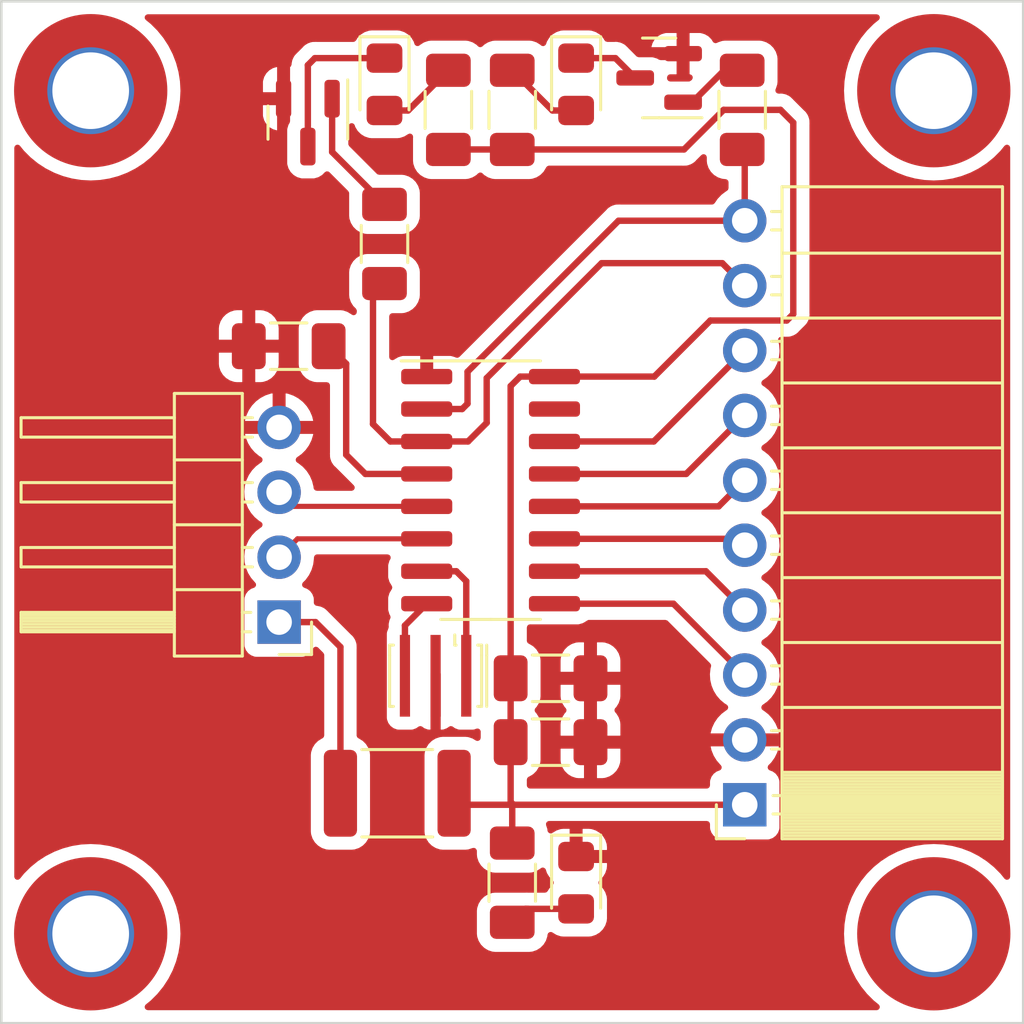
<source format=kicad_pcb>
(kicad_pcb (version 20221018) (generator pcbnew)
  (layers (0 "F.Cu" signal) (31 "B.Cu" signal) (34 "B.Paste" user) (35 "F.Paste" user) (36 "B.SilkS" user "B.Silkscreen") (37 "F.SilkS" user "F.Silkscreen") (38 "B.Mask" user) (39 "F.Mask" user) (44 "Edge.Cuts" user))
  (net 0 "")
  (net 1 "vUSB")
  (net 2 "GND")
  (net 3 "Net-(D1-Pad2)")
  (net 4 "Data+")
  (net 5 "Data-")
  (net 6 "Net-(C3-Pad1)")
  (net 7 "/tx")
  (net 8 "/rx")
  (net 9 "/rts")
  (net 10 "/dtr")
  (net 11 "/dcd")
  (net 12 "/ri")
  (net 13 "/dsr")
  (net 14 "/cts")
  (net 15 "Net-(D2-Pad2)")
  (net 16 "Net-(D3-Pad1)")
  (net 17 "Net-(D3-Pad2)")
  (net 18 "Net-(D2-Pad1)")
  (net 19 "Net-(F1-Pad1)")
  (net 20 "Net-(Q1-Pad1)")
  (net 21 "Net-(Q2-Pad1)")
  (net 22 "Net-(U1-Pad7)")
  (net 23 "Net-(U1-Pad8)")
  (footprint "MountingHole:MountingHole_3mm_Pad_TopOnly" (layer "F.Cu") (at 111.5 86.5)
    (fp_text reference "H3" hide)
    (fp_text value "MountingHole" hide)
    (pad "1" thru_hole circle (at 0 0) (size 3.4 3.4) (drill 3) (layers "*.Cu" "*.Mask"))
    (pad "1" connect circle (at 0 0) (size 6 6) (layers "F.Cu" "F.Mask"))
  )
  (footprint "Capacitor_SMD:C_1206_3216Metric_Pad1.33x1.80mm_HandSolder" (layer "F.Cu") (at 86.25 63.5 180)
    (fp_text reference "C3" hide)
    (fp_text value "100n" hide)
    (fp_line (start -0.711252 -0.91) (end 0.711252 -0.91) (stroke (width 0.12)) (layer "F.SilkS"))
    (fp_line (start -0.711252 0.91) (end 0.711252 0.91) (stroke (width 0.12)) (layer "F.SilkS"))
    (pad "1" smd roundrect (at -1.5625 0 180) (size 1.325 1.8) (layers "F.Cu" "F.Paste" "F.Mask") (roundrect_rratio 0.1886792453) (net 6 "Net-(C3-Pad1)"))
    (pad "2" smd roundrect (at 1.5625 0 180) (size 1.325 1.8) (layers "F.Cu" "F.Paste" "F.Mask") (roundrect_rratio 0.1886792453) (net 2 "GND"))
  )
  (footprint "Package_SO:SOP-16_3.9x9.9mm_P1.27mm" (layer "F.Cu") (at 94.152458 69.13522)
    (fp_text reference "U1" hide)
    (fp_text value "CH340G" hide)
    (fp_line (start 0 -5.06) (end -3.5 -5.06) (stroke (width 0.12)) (layer "F.SilkS"))
    (fp_line (start 0 -5.06) (end 1.95 -5.06) (stroke (width 0.12)) (layer "F.SilkS"))
    (fp_line (start 0 5.06) (end -1.95 5.06) (stroke (width 0.12)) (layer "F.SilkS"))
    (fp_line (start 0 5.06) (end 1.95 5.06) (stroke (width 0.12)) (layer "F.SilkS"))
    (pad "1" smd roundrect (at -2.5 -4.445) (size 2 0.6) (layers "F.Cu" "F.Paste" "F.Mask") (net 2 "GND"))
    (pad "2" smd roundrect (at -2.5 -3.175) (size 2 0.6) (layers "F.Cu" "F.Paste" "F.Mask") (net 7 "/tx"))
    (pad "3" smd roundrect (at -2.5 -1.905) (size 2 0.6) (layers "F.Cu" "F.Paste" "F.Mask") (net 8 "/rx"))
    (pad "4" smd roundrect (at -2.5 -0.635) (size 2 0.6) (layers "F.Cu" "F.Paste" "F.Mask") (net 6 "Net-(C3-Pad1)"))
    (pad "5" smd roundrect (at -2.5 0.635) (size 2 0.6) (layers "F.Cu" "F.Paste" "F.Mask") (net 4 "Data+"))
    (pad "6" smd roundrect (at -2.5 1.905) (size 2 0.6) (layers "F.Cu" "F.Paste" "F.Mask") (net 5 "Data-"))
    (pad "7" smd roundrect (at -2.5 3.175) (size 2 0.6) (layers "F.Cu" "F.Paste" "F.Mask") (net 22 "Net-(U1-Pad7)"))
    (pad "8" smd roundrect (at -2.5 4.445) (size 2 0.6) (layers "F.Cu" "F.Paste" "F.Mask") (net 23 "Net-(U1-Pad8)"))
    (pad "9" smd roundrect (at 2.5 4.445) (size 2 0.6) (layers "F.Cu" "F.Paste" "F.Mask") (net 14 "/cts"))
    (pad "10" smd roundrect (at 2.5 3.175) (size 2 0.6) (layers "F.Cu" "F.Paste" "F.Mask") (net 13 "/dsr"))
    (pad "11" smd roundrect (at 2.5 1.905) (size 2 0.6) (layers "F.Cu" "F.Paste" "F.Mask") (net 12 "/ri"))
    (pad "12" smd roundrect (at 2.5 0.635) (size 2 0.6) (layers "F.Cu" "F.Paste" "F.Mask") (net 11 "/dcd"))
    (pad "13" smd roundrect (at 2.5 -0.635) (size 2 0.6) (layers "F.Cu" "F.Paste" "F.Mask") (net 10 "/dtr"))
    (pad "14" smd roundrect (at 2.5 -1.905) (size 2 0.6) (layers "F.Cu" "F.Paste" "F.Mask") (net 9 "/rts"))
    (pad "15" smd roundrect (at 2.5 -3.175) (size 2 0.6) (layers "F.Cu" "F.Paste" "F.Mask"))
    (pad "16" smd roundrect (at 2.5 -4.445) (size 2 0.6) (layers "F.Cu" "F.Paste" "F.Mask") (net 1 "vUSB"))
  )
  (footprint "Resistor_SMD:R_1206_3216Metric_Pad1.30x1.75mm_HandSolder" (layer "F.Cu") (at 90 59.5 90)
    (fp_text reference "R5" hide)
    (fp_text value "R" hide)
    (fp_line (start -0.727064 -0.91) (end 0.727064 -0.91) (stroke (width 0.12)) (layer "F.SilkS"))
    (fp_line (start -0.727064 0.91) (end 0.727064 0.91) (stroke (width 0.12)) (layer "F.SilkS"))
    (pad "1" smd roundrect (at -1.55 0 90) (size 1.3 1.75) (layers "F.Cu" "F.Paste" "F.Mask") (roundrect_rratio 0.1923076923) (net 8 "/rx"))
    (pad "2" smd roundrect (at 1.55 0 90) (size 1.3 1.75) (layers "F.Cu" "F.Paste" "F.Mask") (roundrect_rratio 0.1923076923) (net 21 "Net-(Q2-Pad1)"))
  )
  (footprint "MountingHole:MountingHole_3mm_Pad_TopOnly" (layer "F.Cu") (at 111.5 53.5)
    (fp_text reference "H4" hide)
    (fp_text value "MountingHole" hide)
    (pad "1" thru_hole circle (at 0 0) (size 3.4 3.4) (drill 3) (layers "*.Cu" "*.Mask"))
    (pad "1" connect circle (at 0 0) (size 6 6) (layers "F.Cu" "F.Mask"))
  )
  (footprint "Resistor_SMD:R_1206_3216Metric_Pad1.30x1.75mm_HandSolder" (layer "F.Cu") (at 95 54.25 -90)
    (fp_text reference "R2" hide)
    (fp_text value "R" hide)
    (fp_line (start -0.727064 -0.91) (end 0.727064 -0.91) (stroke (width 0.12)) (layer "F.SilkS"))
    (fp_line (start -0.727064 0.91) (end 0.727064 0.91) (stroke (width 0.12)) (layer "F.SilkS"))
    (pad "1" smd roundrect (at -1.55 0 270) (size 1.3 1.75) (layers "F.Cu" "F.Paste" "F.Mask") (roundrect_rratio 0.1923076923) (net 15 "Net-(D2-Pad2)"))
    (pad "2" smd roundrect (at 1.55 0 270) (size 1.3 1.75) (layers "F.Cu" "F.Paste" "F.Mask") (roundrect_rratio 0.1923076923) (net 1 "vUSB"))
  )
  (footprint "Connector_PinHeader_2.54mm:PinHeader_1x04_P2.54mm_Horizontal" (layer "F.Cu") (at 85.875 74.3 180)
    (fp_text reference "J1" hide)
    (fp_text value "USB")
    (fp_line (start -1.27 -1.27) (end 0 -1.27) (stroke (width 0.12)) (layer "F.SilkS"))
    (fp_line (start -1.27 0) (end -1.27 -1.27) (stroke (width 0.12)) (layer "F.SilkS"))
    (fp_line (start 1.042929 2.16) (end 1.44 2.16) (stroke (width 0.12)) (layer "F.SilkS"))
    (fp_line (start 1.042929 2.92) (end 1.44 2.92) (stroke (width 0.12)) (layer "F.SilkS"))
    (fp_line (start 1.042929 4.7) (end 1.44 4.7) (stroke (width 0.12)) (layer "F.SilkS"))
    (fp_line (start 1.042929 5.46) (end 1.44 5.46) (stroke (width 0.12)) (layer "F.SilkS"))
    (fp_line (start 1.042929 7.24) (end 1.44 7.24) (stroke (width 0.12)) (layer "F.SilkS"))
    (fp_line (start 1.042929 8) (end 1.44 8) (stroke (width 0.12)) (layer "F.SilkS"))
    (fp_line (start 1.11 -0.38) (end 1.44 -0.38) (stroke (width 0.12)) (layer "F.SilkS"))
    (fp_line (start 1.11 0.38) (end 1.44 0.38) (stroke (width 0.12)) (layer "F.SilkS"))
    (fp_line (start 1.44 -1.33) (end 1.44 8.95) (stroke (width 0.12)) (layer "F.SilkS"))
    (fp_line (start 1.44 1.27) (end 4.1 1.27) (stroke (width 0.12)) (layer "F.SilkS"))
    (fp_line (start 1.44 3.81) (end 4.1 3.81) (stroke (width 0.12)) (layer "F.SilkS"))
    (fp_line (start 1.44 6.35) (end 4.1 6.35) (stroke (width 0.12)) (layer "F.SilkS"))
    (fp_line (start 1.44 8.95) (end 4.1 8.95) (stroke (width 0.12)) (layer "F.SilkS"))
    (fp_line (start 4.1 -1.33) (end 1.44 -1.33) (stroke (width 0.12)) (layer "F.SilkS"))
    (fp_line (start 4.1 -0.38) (end 10.1 -0.38) (stroke (width 0.12)) (layer "F.SilkS"))
    (fp_line (start 4.1 -0.32) (end 10.1 -0.32) (stroke (width 0.12)) (layer "F.SilkS"))
    (fp_line (start 4.1 -0.2) (end 10.1 -0.2) (stroke (width 0.12)) (layer "F.SilkS"))
    (fp_line (start 4.1 -0.08) (end 10.1 -0.08) (stroke (width 0.12)) (layer "F.SilkS"))
    (fp_line (start 4.1 0.04) (end 10.1 0.04) (stroke (width 0.12)) (layer "F.SilkS"))
    (fp_line (start 4.1 0.16) (end 10.1 0.16) (stroke (width 0.12)) (layer "F.SilkS"))
    (fp_line (start 4.1 0.28) (end 10.1 0.28) (stroke (width 0.12)) (layer "F.SilkS"))
    (fp_line (start 4.1 2.16) (end 10.1 2.16) (stroke (width 0.12)) (layer "F.SilkS"))
    (fp_line (start 4.1 4.7) (end 10.1 4.7) (stroke (width 0.12)) (layer "F.SilkS"))
    (fp_line (start 4.1 7.24) (end 10.1 7.24) (stroke (width 0.12)) (layer "F.SilkS"))
    (fp_line (start 4.1 8.95) (end 4.1 -1.33) (stroke (width 0.12)) (layer "F.SilkS"))
    (fp_line (start 10.1 -0.38) (end 10.1 0.38) (stroke (width 0.12)) (layer "F.SilkS"))
    (fp_line (start 10.1 0.38) (end 4.1 0.38) (stroke (width 0.12)) (layer "F.SilkS"))
    (fp_line (start 10.1 2.16) (end 10.1 2.92) (stroke (width 0.12)) (layer "F.SilkS"))
    (fp_line (start 10.1 2.92) (end 4.1 2.92) (stroke (width 0.12)) (layer "F.SilkS"))
    (fp_line (start 10.1 4.7) (end 10.1 5.46) (stroke (width 0.12)) (layer "F.SilkS"))
    (fp_line (start 10.1 5.46) (end 4.1 5.46) (stroke (width 0.12)) (layer "F.SilkS"))
    (fp_line (start 10.1 7.24) (end 10.1 8) (stroke (width 0.12)) (layer "F.SilkS"))
    (fp_line (start 10.1 8) (end 4.1 8) (stroke (width 0.12)) (layer "F.SilkS"))
    (pad "1" thru_hole rect (at 0 0 180) (size 1.7 1.7) (drill 1) (layers "*.Cu" "*.Mask") (net 19 "Net-(F1-Pad1)"))
    (pad "2" thru_hole oval (at 0 2.54 180) (size 1.7 1.7) (drill 1) (layers "*.Cu" "*.Mask") (net 5 "Data-"))
    (pad "3" thru_hole oval (at 0 5.08 180) (size 1.7 1.7) (drill 1) (layers "*.Cu" "*.Mask") (net 4 "Data+"))
    (pad "4" thru_hole oval (at 0 7.62 180) (size 1.7 1.7) (drill 1) (layers "*.Cu" "*.Mask") (net 2 "GND"))
  )
  (footprint "Package_TO_SOT_SMD:SOT-23" (layer "F.Cu") (at 100.75 53 180)
    (fp_text reference "Q1" hide)
    (fp_text value "BC847" hide)
    (fp_line (start 0 -1.56) (end -1.675 -1.56) (stroke (width 0.12)) (layer "F.SilkS"))
    (fp_line (start 0 -1.56) (end 0.65 -1.56) (stroke (width 0.12)) (layer "F.SilkS"))
    (fp_line (start 0 1.56) (end -0.65 1.56) (stroke (width 0.12)) (layer "F.SilkS"))
    (fp_line (start 0 1.56) (end 0.65 1.56) (stroke (width 0.12)) (layer "F.SilkS"))
    (pad "1" smd roundrect (at -0.9375 -0.95 180) (size 1.475 0.6) (layers "F.Cu" "F.Paste" "F.Mask") (net 20 "Net-(Q1-Pad1)"))
    (pad "2" smd roundrect (at -0.9375 0.95 180) (size 1.475 0.6) (layers "F.Cu" "F.Paste" "F.Mask") (net 2 "GND"))
    (pad "3" smd roundrect (at 0.9375 0 180) (size 1.475 0.6) (layers "F.Cu" "F.Paste" "F.Mask") (net 18 "Net-(D2-Pad1)"))
  )
  (footprint "MountingHole:MountingHole_3mm_Pad_TopOnly" (layer "F.Cu") (at 78.5 86.5)
    (fp_text reference "H2" hide)
    (fp_text value "MountingHole" hide)
    (pad "1" thru_hole circle (at 0 0) (size 3.4 3.4) (drill 3) (layers "*.Cu" "*.Mask"))
    (pad "1" connect circle (at 0 0) (size 6 6) (layers "F.Cu" "F.Mask"))
  )
  (footprint "Resistor_SMD:R_1206_3216Metric_Pad1.30x1.75mm_HandSolder" (layer "F.Cu") (at 92.5 54.25 -90)
    (fp_text reference "R4" hide)
    (fp_text value "R" hide)
    (fp_line (start -0.727064 -0.91) (end 0.727064 -0.91) (stroke (width 0.12)) (layer "F.SilkS"))
    (fp_line (start -0.727064 0.91) (end 0.727064 0.91) (stroke (width 0.12)) (layer "F.SilkS"))
    (pad "1" smd roundrect (at -1.55 0 270) (size 1.3 1.75) (layers "F.Cu" "F.Paste" "F.Mask") (roundrect_rratio 0.1923076923) (net 17 "Net-(D3-Pad2)"))
    (pad "2" smd roundrect (at 1.55 0 270) (size 1.3 1.75) (layers "F.Cu" "F.Paste" "F.Mask") (roundrect_rratio 0.1923076923) (net 1 "vUSB"))
  )
  (footprint "Resistor_SMD:R_1206_3216Metric_Pad1.30x1.75mm_HandSolder" (layer "F.Cu") (at 104 54.25 90)
    (fp_text reference "R3" hide)
    (fp_text value "R" hide)
    (fp_line (start -0.727064 -0.91) (end 0.727064 -0.91) (stroke (width 0.12)) (layer "F.SilkS"))
    (fp_line (start -0.727064 0.91) (end 0.727064 0.91) (stroke (width 0.12)) (layer "F.SilkS"))
    (pad "1" smd roundrect (at -1.55 0 90) (size 1.3 1.75) (layers "F.Cu" "F.Paste" "F.Mask") (roundrect_rratio 0.1923076923) (net 7 "/tx"))
    (pad "2" smd roundrect (at 1.55 0 90) (size 1.3 1.75) (layers "F.Cu" "F.Paste" "F.Mask") (roundrect_rratio 0.1923076923) (net 20 "Net-(Q1-Pad1)"))
  )
  (footprint "MountingHole:MountingHole_3mm_Pad_TopOnly" (layer "F.Cu") (at 78.5 53.5)
    (fp_text reference "H1" hide)
    (fp_text value "MountingHole" hide)
    (pad "1" thru_hole circle (at 0 0) (size 3.4 3.4) (drill 3) (layers "*.Cu" "*.Mask"))
    (pad "1" connect circle (at 0 0) (size 6 6) (layers "F.Cu" "F.Mask"))
  )
  (footprint "Crystal:Resonator_SMD_Murata_CSTxExxV-3Pin_3.0x1.1mm_HandSoldering" (layer "F.Cu") (at 92 76.401215 180)
    (fp_text reference "Y1" hide)
    (fp_text value "12MHz")
    (fp_line (start -2 -1.2) (end -2 0.8) (stroke (width 0.12)) (layer "F.SilkS"))
    (fp_line (start -2 0.8) (end -2 1.2) (stroke (width 0.12)) (layer "F.SilkS"))
    (fp_line (start -1.8 -1.2) (end -1.65 -1.2) (stroke (width 0.12)) (layer "F.SilkS"))
    (fp_line (start -1.8 0.8) (end -1.8 -1.2) (stroke (width 0.12)) (layer "F.SilkS"))
    (fp_line (start -1.8 0.8) (end -1.8 1.2) (stroke (width 0.12)) (layer "F.SilkS"))
    (fp_line (start -1.8 1.2) (end -1.65 1.2) (stroke (width 0.12)) (layer "F.SilkS"))
    (fp_line (start -0.75 1.2) (end -0.8 1.2) (stroke (width 0.12)) (layer "F.SilkS"))
    (fp_line (start -0.75 1.2) (end -0.75 1.6) (stroke (width 0.12)) (layer "F.SilkS"))
    (fp_line (start 1.8 -1.2) (end 1.65 -1.2) (stroke (width 0.12)) (layer "F.SilkS"))
    (fp_line (start 1.8 -1.2) (end 1.8 0.8) (stroke (width 0.12)) (layer "F.SilkS"))
    (fp_line (start 1.8 0.8) (end 1.8 1.2) (stroke (width 0.12)) (layer "F.SilkS"))
    (fp_line (start 1.8 1.2) (end 1.65 1.2) (stroke (width 0.12)) (layer "F.SilkS"))
    (pad "1" smd rect (at -1.2 0 180) (size 0.4 3.2) (layers "F.Cu" "F.Paste" "F.Mask") (net 22 "Net-(U1-Pad7)"))
    (pad "2" smd rect (at 0 0 180) (size 0.4 3.2) (layers "F.Cu" "F.Paste" "F.Mask") (net 2 "GND"))
    (pad "3" smd rect (at 1.2 0 180) (size 0.4 3.2) (layers "F.Cu" "F.Paste" "F.Mask") (net 23 "Net-(U1-Pad8)"))
  )
  (footprint "Resistor_SMD:R_1206_3216Metric_Pad1.30x1.75mm_HandSolder" (layer "F.Cu") (at 95 84.5 -90)
    (fp_text reference "R1" hide)
    (fp_text value "R" hide)
    (fp_line (start -0.727064 -0.91) (end 0.727064 -0.91) (stroke (width 0.12)) (layer "F.SilkS"))
    (fp_line (start -0.727064 0.91) (end 0.727064 0.91) (stroke (width 0.12)) (layer "F.SilkS"))
    (pad "1" smd roundrect (at -1.55 0 270) (size 1.3 1.75) (layers "F.Cu" "F.Paste" "F.Mask") (roundrect_rratio 0.1923076923) (net 1 "vUSB"))
    (pad "2" smd roundrect (at 1.55 0 270) (size 1.3 1.75) (layers "F.Cu" "F.Paste" "F.Mask") (roundrect_rratio 0.1923076923) (net 3 "Net-(D1-Pad2)"))
  )
  (footprint "LED_SMD:LED_0805_2012Metric_Pad1.15x1.40mm_HandSolder" (layer "F.Cu") (at 97.5 53.25 -90)
    (fp_text reference "D2" hide)
    (fp_text value "LED" hide)
    (fp_line (start -1.86 -0.96) (end -1.86 0.96) (stroke (width 0.12)) (layer "F.SilkS"))
    (fp_line (start -1.86 0.96) (end 1 0.96) (stroke (width 0.12)) (layer "F.SilkS"))
    (fp_line (start 1 -0.96) (end -1.86 -0.96) (stroke (width 0.12)) (layer "F.SilkS"))
    (pad "1" smd roundrect (at -1.025 0 270) (size 1.15 1.4) (layers "F.Cu" "F.Paste" "F.Mask") (roundrect_rratio 0.2173913043) (net 18 "Net-(D2-Pad1)"))
    (pad "2" smd roundrect (at 1.025 0 270) (size 1.15 1.4) (layers "F.Cu" "F.Paste" "F.Mask") (roundrect_rratio 0.2173913043) (net 15 "Net-(D2-Pad2)"))
  )
  (footprint "LED_SMD:LED_0805_2012Metric_Pad1.15x1.40mm_HandSolder" (layer "F.Cu") (at 97.5 84.5 -90)
    (fp_text reference "D1" hide)
    (fp_text value "LED" hide)
    (fp_line (start -1.86 -0.96) (end -1.86 0.96) (stroke (width 0.12)) (layer "F.SilkS"))
    (fp_line (start -1.86 0.96) (end 1 0.96) (stroke (width 0.12)) (layer "F.SilkS"))
    (fp_line (start 1 -0.96) (end -1.86 -0.96) (stroke (width 0.12)) (layer "F.SilkS"))
    (pad "1" smd roundrect (at -1.025 0 270) (size 1.15 1.4) (layers "F.Cu" "F.Paste" "F.Mask") (roundrect_rratio 0.2173913043) (net 2 "GND"))
    (pad "2" smd roundrect (at 1.025 0 270) (size 1.15 1.4) (layers "F.Cu" "F.Paste" "F.Mask") (roundrect_rratio 0.2173913043) (net 3 "Net-(D1-Pad2)"))
  )
  (footprint "Capacitor_SMD:C_1206_3216Metric_Pad1.33x1.80mm_HandSolder" (layer "F.Cu") (at 96.5 79)
    (fp_text reference "C2" hide)
    (fp_text value "10u" hide)
    (fp_line (start -0.711252 -0.91) (end 0.711252 -0.91) (stroke (width 0.12)) (layer "F.SilkS"))
    (fp_line (start -0.711252 0.91) (end 0.711252 0.91) (stroke (width 0.12)) (layer "F.SilkS"))
    (pad "1" smd roundrect (at -1.5625 0) (size 1.325 1.8) (layers "F.Cu" "F.Paste" "F.Mask") (roundrect_rratio 0.1886792453) (net 1 "vUSB"))
    (pad "2" smd roundrect (at 1.5625 0) (size 1.325 1.8) (layers "F.Cu" "F.Paste" "F.Mask") (roundrect_rratio 0.1886792453) (net 2 "GND"))
  )
  (footprint "Package_TO_SOT_SMD:SOT-23" (layer "F.Cu") (at 87 54.75 -90)
    (fp_text reference "Q2" hide)
    (fp_text value "BC847" hide)
    (fp_line (start 0 -1.56) (end -1.675 -1.56) (stroke (width 0.12)) (layer "F.SilkS"))
    (fp_line (start 0 -1.56) (end 0.65 -1.56) (stroke (width 0.12)) (layer "F.SilkS"))
    (fp_line (start 0 1.56) (end -0.65 1.56) (stroke (width 0.12)) (layer "F.SilkS"))
    (fp_line (start 0 1.56) (end 0.65 1.56) (stroke (width 0.12)) (layer "F.SilkS"))
    (pad "1" smd roundrect (at -0.9375 -0.95 270) (size 1.475 0.6) (layers "F.Cu" "F.Paste" "F.Mask") (net 21 "Net-(Q2-Pad1)"))
    (pad "2" smd roundrect (at -0.9375 0.95 270) (size 1.475 0.6) (layers "F.Cu" "F.Paste" "F.Mask") (net 2 "GND"))
    (pad "3" smd roundrect (at 0.9375 0 270) (size 1.475 0.6) (layers "F.Cu" "F.Paste" "F.Mask") (net 16 "Net-(D3-Pad1)"))
  )
  (footprint "LED_SMD:LED_0805_2012Metric_Pad1.15x1.40mm_HandSolder" (layer "F.Cu") (at 90 53.25 -90)
    (fp_text reference "D3" hide)
    (fp_text value "LED" hide)
    (fp_line (start -1.86 -0.96) (end -1.86 0.96) (stroke (width 0.12)) (layer "F.SilkS"))
    (fp_line (start -1.86 0.96) (end 1 0.96) (stroke (width 0.12)) (layer "F.SilkS"))
    (fp_line (start 1 -0.96) (end -1.86 -0.96) (stroke (width 0.12)) (layer "F.SilkS"))
    (pad "1" smd roundrect (at -1.025 0 270) (size 1.15 1.4) (layers "F.Cu" "F.Paste" "F.Mask") (roundrect_rratio 0.2173913043) (net 16 "Net-(D3-Pad1)"))
    (pad "2" smd roundrect (at 1.025 0 270) (size 1.15 1.4) (layers "F.Cu" "F.Paste" "F.Mask") (roundrect_rratio 0.2173913043) (net 17 "Net-(D3-Pad2)"))
  )
  (footprint "Connector_PinSocket_2.54mm:PinSocket_1x10_P2.54mm_Horizontal" (layer "F.Cu") (at 104.1 81.45 180)
    (fp_text reference "J2" hide)
    (fp_text value "USART out" hide)
    (fp_line (start -10.09 -1.33) (end -10.09 24.19) (stroke (width 0.12)) (layer "F.SilkS"))
    (fp_line (start -10.09 -1.33) (end -1.46 -1.33) (stroke (width 0.12)) (layer "F.SilkS"))
    (fp_line (start -10.09 -1.21) (end -1.46 -1.21) (stroke (width 0.12)) (layer "F.SilkS"))
    (fp_line (start -10.09 -1.091905) (end -1.46 -1.091905) (stroke (width 0.12)) (layer "F.SilkS"))
    (fp_line (start -10.09 -0.97381) (end -1.46 -0.97381) (stroke (width 0.12)) (layer "F.SilkS"))
    (fp_line (start -10.09 -0.855715) (end -1.46 -0.855715) (stroke (width 0.12)) (layer "F.SilkS"))
    (fp_line (start -10.09 -0.73762) (end -1.46 -0.73762) (stroke (width 0.12)) (layer "F.SilkS"))
    (fp_line (start -10.09 -0.619525) (end -1.46 -0.619525) (stroke (width 0.12)) (layer "F.SilkS"))
    (fp_line (start -10.09 -0.50143) (end -1.46 -0.50143) (stroke (width 0.12)) (layer "F.SilkS"))
    (fp_line (start -10.09 -0.383335) (end -1.46 -0.383335) (stroke (width 0.12)) (layer "F.SilkS"))
    (fp_line (start -10.09 -0.26524) (end -1.46 -0.26524) (stroke (width 0.12)) (layer "F.SilkS"))
    (fp_line (start -10.09 -0.147145) (end -1.46 -0.147145) (stroke (width 0.12)) (layer "F.SilkS"))
    (fp_line (start -10.09 -0.02905) (end -1.46 -0.02905) (stroke (width 0.12)) (layer "F.SilkS"))
    (fp_line (start -10.09 0.089045) (end -1.46 0.089045) (stroke (width 0.12)) (layer "F.SilkS"))
    (fp_line (start -10.09 0.20714) (end -1.46 0.20714) (stroke (width 0.12)) (layer "F.SilkS"))
    (fp_line (start -10.09 0.325235) (end -1.46 0.325235) (stroke (width 0.12)) (layer "F.SilkS"))
    (fp_line (start -10.09 0.44333) (end -1.46 0.44333) (stroke (width 0.12)) (layer "F.SilkS"))
    (fp_line (start -10.09 0.561425) (end -1.46 0.561425) (stroke (width 0.12)) (layer "F.SilkS"))
    (fp_line (start -10.09 0.67952) (end -1.46 0.67952) (stroke (width 0.12)) (layer "F.SilkS"))
    (fp_line (start -10.09 0.797615) (end -1.46 0.797615) (stroke (width 0.12)) (layer "F.SilkS"))
    (fp_line (start -10.09 0.91571) (end -1.46 0.91571) (stroke (width 0.12)) (layer "F.SilkS"))
    (fp_line (start -10.09 1.033805) (end -1.46 1.033805) (stroke (width 0.12)) (layer "F.SilkS"))
    (fp_line (start -10.09 1.1519) (end -1.46 1.1519) (stroke (width 0.12)) (layer "F.SilkS"))
    (fp_line (start -10.09 1.27) (end -1.46 1.27) (stroke (width 0.12)) (layer "F.SilkS"))
    (fp_line (start -10.09 3.81) (end -1.46 3.81) (stroke (width 0.12)) (layer "F.SilkS"))
    (fp_line (start -10.09 6.35) (end -1.46 6.35) (stroke (width 0.12)) (layer "F.SilkS"))
    (fp_line (start -10.09 8.89) (end -1.46 8.89) (stroke (width 0.12)) (layer "F.SilkS"))
    (fp_line (start -10.09 11.43) (end -1.46 11.43) (stroke (width 0.12)) (layer "F.SilkS"))
    (fp_line (start -10.09 13.97) (end -1.46 13.97) (stroke (width 0.12)) (layer "F.SilkS"))
    (fp_line (start -10.09 16.51) (end -1.46 16.51) (stroke (width 0.12)) (layer "F.SilkS"))
    (fp_line (start -10.09 19.05) (end -1.46 19.05) (stroke (width 0.12)) (layer "F.SilkS"))
    (fp_line (start -10.09 21.59) (end -1.46 21.59) (stroke (width 0.12)) (layer "F.SilkS"))
    (fp_line (start -10.09 24.19) (end -1.46 24.19) (stroke (width 0.12)) (layer "F.SilkS"))
    (fp_line (start -1.46 -1.33) (end -1.46 24.19) (stroke (width 0.12)) (layer "F.SilkS"))
    (fp_line (start -1.46 -0.36) (end -1.11 -0.36) (stroke (width 0.12)) (layer "F.SilkS"))
    (fp_line (start -1.46 0.36) (end -1.11 0.36) (stroke (width 0.12)) (layer "F.SilkS"))
    (fp_line (start -1.46 2.18) (end -1.05 2.18) (stroke (width 0.12)) (layer "F.SilkS"))
    (fp_line (start -1.46 2.9) (end -1.05 2.9) (stroke (width 0.12)) (layer "F.SilkS"))
    (fp_line (start -1.46 4.72) (end -1.05 4.72) (stroke (width 0.12)) (layer "F.SilkS"))
    (fp_line (start -1.46 5.44) (end -1.05 5.44) (stroke (width 0.12)) (layer "F.SilkS"))
    (fp_line (start -1.46 7.26) (end -1.05 7.26) (stroke (width 0.12)) (layer "F.SilkS"))
    (fp_line (start -1.46 7.98) (end -1.05 7.98) (stroke (width 0.12)) (layer "F.SilkS"))
    (fp_line (start -1.46 9.8) (end -1.05 9.8) (stroke (width 0.12)) (layer "F.SilkS"))
    (fp_line (start -1.46 10.52) (end -1.05 10.52) (stroke (width 0.12)) (layer "F.SilkS"))
    (fp_line (start -1.46 12.34) (end -1.05 12.34) (stroke (width 0.12)) (layer "F.SilkS"))
    (fp_line (start -1.46 13.06) (end -1.05 13.06) (stroke (width 0.12)) (layer "F.SilkS"))
    (fp_line (start -1.46 14.88) (end -1.05 14.88) (stroke (width 0.12)) (layer "F.SilkS"))
    (fp_line (start -1.46 15.6) (end -1.05 15.6) (stroke (width 0.12)) (layer "F.SilkS"))
    (fp_line (start -1.46 17.42) (end -1.05 17.42) (stroke (width 0.12)) (layer "F.SilkS"))
    (fp_line (start -1.46 18.14) (end -1.05 18.14) (stroke (width 0.12)) (layer "F.SilkS"))
    (fp_line (start -1.46 19.96) (end -1.05 19.96) (stroke (width 0.12)) (layer "F.SilkS"))
    (fp_line (start -1.46 20.68) (end -1.05 20.68) (stroke (width 0.12)) (layer "F.SilkS"))
    (fp_line (start -1.46 22.5) (end -1.05 22.5) (stroke (width 0.12)) (layer "F.SilkS"))
    (fp_line (start -1.46 23.22) (end -1.05 23.22) (stroke (width 0.12)) (layer "F.SilkS"))
    (fp_line (start 0 -1.33) (end 1.11 -1.33) (stroke (width 0.12)) (layer "F.SilkS"))
    (fp_line (start 1.11 -1.33) (end 1.11 0) (stroke (width 0.12)) (layer "F.SilkS"))
    (pad "1" thru_hole rect (at 0 0 180) (size 1.7 1.7) (drill 1) (layers "*.Cu" "*.Mask") (net 1 "vUSB"))
    (pad "2" thru_hole oval (at 0 2.54 180) (size 1.7 1.7) (drill 1) (layers "*.Cu" "*.Mask") (net 2 "GND"))
    (pad "3" thru_hole oval (at 0 5.08 180) (size 1.7 1.7) (drill 1) (layers "*.Cu" "*.Mask") (net 14 "/cts"))
    (pad "4" thru_hole oval (at 0 7.62 180) (size 1.7 1.7) (drill 1) (layers "*.Cu" "*.Mask") (net 13 "/dsr"))
    (pad "5" thru_hole oval (at 0 10.16 180) (size 1.7 1.7) (drill 1) (layers "*.Cu" "*.Mask") (net 12 "/ri"))
    (pad "6" thru_hole oval (at 0 12.7 180) (size 1.7 1.7) (drill 1) (layers "*.Cu" "*.Mask") (net 11 "/dcd"))
    (pad "7" thru_hole oval (at 0 15.24 180) (size 1.7 1.7) (drill 1) (layers "*.Cu" "*.Mask") (net 10 "/dtr"))
    (pad "8" thru_hole oval (at 0 17.78 180) (size 1.7 1.7) (drill 1) (layers "*.Cu" "*.Mask") (net 9 "/rts"))
    (pad "9" thru_hole oval (at 0 20.32 180) (size 1.7 1.7) (drill 1) (layers "*.Cu" "*.Mask") (net 8 "/rx"))
    (pad "10" thru_hole oval (at 0 22.86 180) (size 1.7 1.7) (drill 1) (layers "*.Cu" "*.Mask") (net 7 "/tx"))
  )
  (footprint "Fuse:Fuse_1812_4532Metric_Pad1.30x3.40mm_HandSolder" (layer "F.Cu") (at 90.5 81)
    (fp_text reference "F1" hide)
    (fp_text value "Fuse" hide)
    (fp_line (start -1.386252 -1.71) (end 1.386252 -1.71) (stroke (width 0.12)) (layer "F.SilkS"))
    (fp_line (start -1.386252 1.71) (end 1.386252 1.71) (stroke (width 0.12)) (layer "F.SilkS"))
    (pad "1" smd roundrect (at -2.225 0) (size 1.3 3.4) (layers "F.Cu" "F.Paste" "F.Mask") (roundrect_rratio 0.1923076923) (net 19 "Net-(F1-Pad1)"))
    (pad "2" smd roundrect (at 2.225 0) (size 1.3 3.4) (layers "F.Cu" "F.Paste" "F.Mask") (roundrect_rratio 0.1923076923) (net 1 "vUSB"))
  )
  (footprint "Capacitor_SMD:C_1206_3216Metric_Pad1.33x1.80mm_HandSolder" (layer "F.Cu") (at 96.5 76.5)
    (fp_text reference "C1" hide)
    (fp_text value "100n" hide)
    (fp_line (start -0.711252 -0.91) (end 0.711252 -0.91) (stroke (width 0.12)) (layer "F.SilkS"))
    (fp_line (start -0.711252 0.91) (end 0.711252 0.91) (stroke (width 0.12)) (layer "F.SilkS"))
    (pad "1" smd roundrect (at -1.5625 0) (size 1.325 1.8) (layers "F.Cu" "F.Paste" "F.Mask") (roundrect_rratio 0.1886792453) (net 1 "vUSB"))
    (pad "2" smd roundrect (at 1.5625 0) (size 1.325 1.8) (layers "F.Cu" "F.Paste" "F.Mask") (roundrect_rratio 0.1886792453) (net 2 "GND"))
  )
  (gr_line (start 75 90) (end 115 90) (stroke (width 0.1)) (layer "Edge.Cuts"))
  (gr_line (start 75 50) (end 115 50) (stroke (width 0.1)) (layer "Edge.Cuts"))
  (gr_line (start 115 50) (end 115 90) (stroke (width 0.1)) (layer "Edge.Cuts"))
  (gr_line (start 75 50) (end 75 90) (stroke (width 0.1)) (layer "Edge.Cuts"))
  (segment (start 93.175 81.45) (end 92.725 81) (width 0.25) (layer "F.Cu") (net 1))
  (segment (start 92.5 55.8) (end 95 55.8) (width 0.25) (layer "F.Cu") (net 1))
  (segment (start 95.05 81.45) (end 93.175 81.45) (width 0.25) (layer "F.Cu") (net 1))
  (segment (start 95 55.8) (end 101.725 55.8) (width 0.25) (layer "F.Cu") (net 1))
  (segment (start 94.9375 76.5) (end 94.9375 65.0625) (width 0.25) (layer "F.Cu") (net 1))
  (segment (start 94.9375 79) (end 94.9375 76.5) (width 0.25) (layer "F.Cu") (net 1))
  (segment (start 101.725 55.8) (end 103.275 54.25) (width 0.25) (layer "F.Cu") (net 1))
  (segment (start 95 82.95) (end 95 81.5) (width 0.25) (layer "F.Cu") (net 1))
  (segment (start 105.745489 62.495489) (end 102.754511 62.495489) (width 0.25) (layer "F.Cu") (net 1))
  (segment (start 103.275 54.25) (end 105.5 54.25) (width 0.25) (layer "F.Cu") (net 1))
  (segment (start 106 62.240978) (end 105.745489 62.495489) (width 0.25) (layer "F.Cu") (net 1))
  (segment (start 104.1 81.45) (end 95.05 81.45) (width 0.25) (layer "F.Cu") (net 1))
  (segment (start 94.9375 79) (end 94.9375 81.3375) (width 0.25) (layer "F.Cu") (net 1))
  (segment (start 95 81.5) (end 95.05 81.45) (width 0.25) (layer "F.Cu") (net 1))
  (segment (start 95.30978 64.69022) (end 96.652458 64.69022) (width 0.25) (layer "F.Cu") (net 1))
  (segment (start 94.9375 81.3375) (end 95.05 81.45) (width 0.25) (layer "F.Cu") (net 1))
  (segment (start 94.9375 65.0625) (end 95.30978 64.69022) (width 0.25) (layer "F.Cu") (net 1))
  (segment (start 106 54.75) (end 106 62.240978) (width 0.25) (layer "F.Cu") (net 1))
  (segment (start 102.754511 62.495489) (end 100.55978 64.69022) (width 0.25) (layer "F.Cu") (net 1))
  (segment (start 100.55978 64.69022) (end 96.652458 64.69022) (width 0.25) (layer "F.Cu") (net 1))
  (segment (start 105.5 54.25) (end 106 54.75) (width 0.25) (layer "F.Cu") (net 1))
  (segment (start 95 86.05) (end 95.525 85.525) (width 0.25) (layer "F.Cu") (net 3))
  (segment (start 95.525 85.525) (end 97.5 85.525) (width 0.25) (layer "F.Cu") (net 3))
  (segment (start 86.42522 69.77022) (end 91.652458 69.77022) (width 0.2) (layer "F.Cu") (net 4))
  (segment (start 85.875 69.22) (end 86.42522 69.77022) (width 0.2) (layer "F.Cu") (net 4))
  (segment (start 85.875 71.76) (end 86.59478 71.04022) (width 0.2) (layer "F.Cu") (net 5))
  (segment (start 86.59478 71.04022) (end 91.652458 71.04022) (width 0.2) (layer "F.Cu") (net 5))
  (segment (start 88.5 64.1875) (end 88.5 67.75) (width 0.25) (layer "F.Cu") (net 6))
  (segment (start 89.25022 68.50022) (end 91.652458 68.50022) (width 0.25) (layer "F.Cu") (net 6))
  (segment (start 87.8125 63.5) (end 88.5 64.1875) (width 0.25) (layer "F.Cu") (net 6))
  (segment (start 88.5 67.75) (end 89.25022 68.50022) (width 0.25) (layer "F.Cu") (net 6))
  (segment (start 93.25 64.5) (end 99.16 58.59) (width 0.25) (layer "F.Cu") (net 7))
  (segment (start 104.1 58.59) (end 104.1 55.9) (width 0.25) (layer "F.Cu") (net 7))
  (segment (start 104.1 55.9) (end 104 55.8) (width 0.25) (layer "F.Cu") (net 7))
  (segment (start 99.16 58.59) (end 104.1 58.59) (width 0.25) (layer "F.Cu") (net 7))
  (segment (start 93.25 65.75) (end 93.25 64.5) (width 0.25) (layer "F.Cu") (net 7))
  (segment (start 93.03978 65.96022) (end 93.25 65.75) (width 0.25) (layer "F.Cu") (net 7))
  (segment (start 91.652458 65.96022) (end 93.03978 65.96022) (width 0.25) (layer "F.Cu") (net 7))
  (segment (start 91.652458 67.23022) (end 93.26978 67.23022) (width 0.25) (layer "F.Cu") (net 8))
  (segment (start 89.55 66.55) (end 90.23022 67.23022) (width 0.25) (layer "F.Cu") (net 8))
  (segment (start 98.5 60.25) (end 103.22 60.25) (width 0.25) (layer "F.Cu") (net 8))
  (segment (start 94 64.75) (end 98.5 60.25) (width 0.25) (layer "F.Cu") (net 8))
  (segment (start 103.22 60.25) (end 104.1 61.13) (width 0.25) (layer "F.Cu") (net 8))
  (segment (start 90.23022 67.23022) (end 91.652458 67.23022) (width 0.25) (layer "F.Cu") (net 8))
  (segment (start 90 61.05) (end 89.55 61.5) (width 0.25) (layer "F.Cu") (net 8))
  (segment (start 93.26978 67.23022) (end 94 66.5) (width 0.25) (layer "F.Cu") (net 8))
  (segment (start 94 66.5) (end 94 64.75) (width 0.25) (layer "F.Cu") (net 8))
  (segment (start 89.55 61.5) (end 89.55 66.55) (width 0.25) (layer "F.Cu") (net 8))
  (segment (start 96.652458 67.23022) (end 100.53978 67.23022) (width 0.25) (layer "F.Cu") (net 9))
  (segment (start 100.53978 67.23022) (end 104.1 63.67) (width 0.25) (layer "F.Cu") (net 9))
  (segment (start 96.652458 68.50022) (end 101.80978 68.50022) (width 0.25) (layer "F.Cu") (net 10))
  (segment (start 101.80978 68.50022) (end 104.1 66.21) (width 0.25) (layer "F.Cu") (net 10))
  (segment (start 96.652458 69.77022) (end 103.07978 69.77022) (width 0.25) (layer "F.Cu") (net 11))
  (segment (start 103.07978 69.77022) (end 104.1 68.75) (width 0.25) (layer "F.Cu") (net 11))
  (segment (start 96.652458 71.04022) (end 103.85022 71.04022) (width 0.25) (layer "F.Cu") (net 12))
  (segment (start 103.85022 71.04022) (end 104.1 71.29) (width 0.25) (layer "F.Cu") (net 12))
  (segment (start 102.58022 72.31022) (end 104.1 73.83) (width 0.25) (layer "F.Cu") (net 13))
  (segment (start 96.652458 72.31022) (end 102.58022 72.31022) (width 0.25) (layer "F.Cu") (net 13))
  (segment (start 101.31022 73.58022) (end 104.1 76.37) (width 0.25) (layer "F.Cu") (net 14))
  (segment (start 96.652458 73.58022) (end 101.31022 73.58022) (width 0.25) (layer "F.Cu") (net 14))
  (segment (start 96.575 54.275) (end 97.5 54.275) (width 0.25) (layer "F.Cu") (net 15))
  (segment (start 95 52.7) (end 96.575 54.275) (width 0.25) (layer "F.Cu") (net 15))
  (segment (start 87 52.5) (end 87.275 52.225) (width 0.25) (layer "F.Cu") (net 16))
  (segment (start 87 55.6875) (end 87 52.5) (width 0.25) (layer "F.Cu") (net 16))
  (segment (start 87.275 52.225) (end 90 52.225) (width 0.25) (layer "F.Cu") (net 16))
  (segment (start 90.925 54.275) (end 92.5 52.7) (width 0.25) (layer "F.Cu") (net 17))
  (segment (start 90 54.275) (end 90.925 54.275) (width 0.25) (layer "F.Cu") (net 17))
  (segment (start 97.5 52.225) (end 99.0375 52.225) (width 0.25) (layer "F.Cu") (net 18))
  (segment (start 99.0375 52.225) (end 99.8125 53) (width 0.25) (layer "F.Cu") (net 18))
  (segment (start 85.875 74.3) (end 87.3 74.3) (width 0.25) (layer "F.Cu") (net 19))
  (segment (start 87.3 74.3) (end 88.275 75.275) (width 0.25) (layer "F.Cu") (net 19))
  (segment (start 88.275 75.275) (end 88.275 81) (width 0.25) (layer "F.Cu") (net 19))
  (segment (start 103.3 52.7) (end 104 52.7) (width 0.25) (layer "F.Cu") (net 20))
  (segment (start 102.05 53.95) (end 103.3 52.7) (width 0.25) (layer "F.Cu") (net 20))
  (segment (start 101.6875 53.95) (end 102.05 53.95) (width 0.25) (layer "F.Cu") (net 20))
  (segment (start 90 57.95) (end 87.95 55.9) (width 0.25) (layer "F.Cu") (net 21))
  (segment (start 87.95 55.9) (end 87.95 53.8125) (width 0.25) (layer "F.Cu") (net 21))
  (segment (start 92.81022 72.31022) (end 91.652458 72.31022) (width 0.25) (layer "F.Cu") (net 22))
  (segment (start 93.2 76.401215) (end 93.2 72.7) (width 0.25) (layer "F.Cu") (net 22))
  (segment (start 93.2 72.7) (end 92.81022 72.31022) (width 0.25) (layer "F.Cu") (net 22))
  (segment (start 90.8 74.432678) (end 91.652458 73.58022) (width 0.25) (layer "F.Cu") (net 23))
  (segment (start 90.8 76.401215) (end 90.8 74.432678) (width 0.25) (layer "F.Cu") (net 23))
  (zone (net 2) (net_name "GND") (layer "F.Cu") (connect_pads (clearance 0.508)) (min_thickness 0.254) (fill yes (thermal_gap 0.508) (thermal_bridge_width 0.508))
    (polygon (pts (xy 115 90) (xy 75 90) (xy 75 50) (xy 115 50)))
  )
)
</source>
